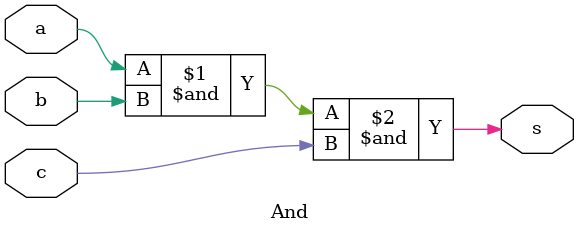
<source format=sv>
module And(
   input a,b,c,
  output s);
  
  assign s = a&b&c;
  
endmodule
</source>
